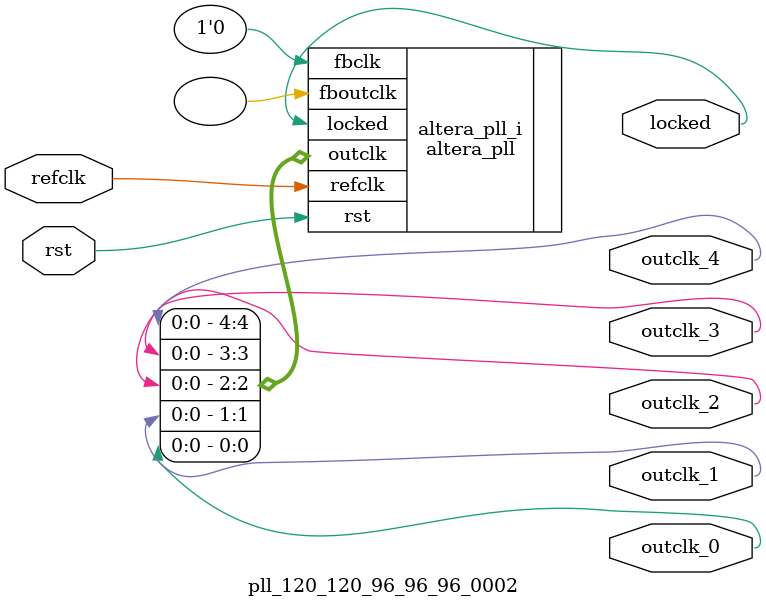
<source format=v>
`timescale 1ns/10ps
module  pll_120_120_96_96_96_0002(

	// interface 'refclk'
	input wire refclk,

	// interface 'reset'
	input wire rst,

	// interface 'outclk0'
	output wire outclk_0,

	// interface 'outclk1'
	output wire outclk_1,

	// interface 'outclk2'
	output wire outclk_2,

	// interface 'outclk3'
	output wire outclk_3,

	// interface 'outclk4'
	output wire outclk_4,

	// interface 'locked'
	output wire locked
);

	altera_pll #(
		.fractional_vco_multiplier("false"),
		.reference_clock_frequency("360.0 MHz"),
		.operation_mode("direct"),
		.number_of_clocks(5),
		.output_clock_frequency0("120.000000 MHz"),
		.phase_shift0("0 ps"),
		.duty_cycle0(50),
		.output_clock_frequency1("120.000000 MHz"),
		.phase_shift1("0 ps"),
		.duty_cycle1(50),
		.output_clock_frequency2("96.000000 MHz"),
		.phase_shift2("0 ps"),
		.duty_cycle2(50),
		.output_clock_frequency3("96.000000 MHz"),
		.phase_shift3("0 ps"),
		.duty_cycle3(50),
		.output_clock_frequency4("96.000000 MHz"),
		.phase_shift4("0 ps"),
		.duty_cycle4(50),
		.output_clock_frequency5("0 MHz"),
		.phase_shift5("0 ps"),
		.duty_cycle5(50),
		.output_clock_frequency6("0 MHz"),
		.phase_shift6("0 ps"),
		.duty_cycle6(50),
		.output_clock_frequency7("0 MHz"),
		.phase_shift7("0 ps"),
		.duty_cycle7(50),
		.output_clock_frequency8("0 MHz"),
		.phase_shift8("0 ps"),
		.duty_cycle8(50),
		.output_clock_frequency9("0 MHz"),
		.phase_shift9("0 ps"),
		.duty_cycle9(50),
		.output_clock_frequency10("0 MHz"),
		.phase_shift10("0 ps"),
		.duty_cycle10(50),
		.output_clock_frequency11("0 MHz"),
		.phase_shift11("0 ps"),
		.duty_cycle11(50),
		.output_clock_frequency12("0 MHz"),
		.phase_shift12("0 ps"),
		.duty_cycle12(50),
		.output_clock_frequency13("0 MHz"),
		.phase_shift13("0 ps"),
		.duty_cycle13(50),
		.output_clock_frequency14("0 MHz"),
		.phase_shift14("0 ps"),
		.duty_cycle14(50),
		.output_clock_frequency15("0 MHz"),
		.phase_shift15("0 ps"),
		.duty_cycle15(50),
		.output_clock_frequency16("0 MHz"),
		.phase_shift16("0 ps"),
		.duty_cycle16(50),
		.output_clock_frequency17("0 MHz"),
		.phase_shift17("0 ps"),
		.duty_cycle17(50),
		.pll_type("General"),
		.pll_subtype("General")
	) altera_pll_i (
		.rst	(rst),
		.outclk	({outclk_4, outclk_3, outclk_2, outclk_1, outclk_0}),
		.locked	(locked),
		.fboutclk	( ),
		.fbclk	(1'b0),
		.refclk	(refclk)
	);
endmodule


</source>
